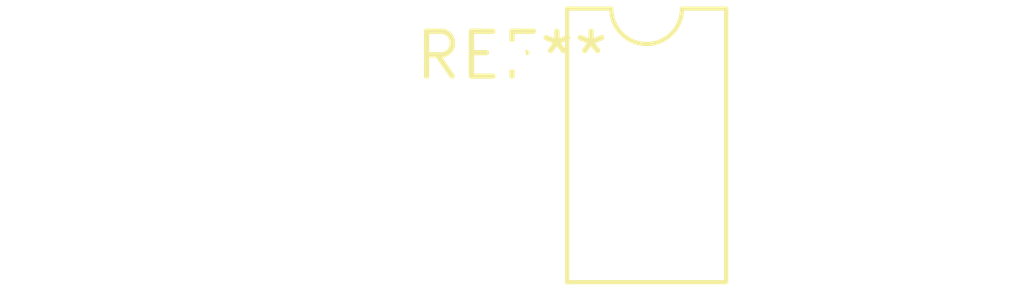
<source format=kicad_pcb>
(kicad_pcb (version 20240108) (generator pcbnew)
  (layers (0 "F.Cu" signal) (31 "B.Cu" signal) (34 "B.Paste" user) (35 "F.Paste" user) (36 "B.SilkS" user "B.Silkscreen") (37 "F.SilkS" user "F.Silkscreen") (38 "B.Mask" user) (39 "F.Mask" user) (44 "Edge.Cuts" user))
  (net 0 "")
  (footprint "DIP-5-6_W7.62mm_LongPads" (layer "F.Cu") (at 0 0)
    (property "Reference" "REF**")
    (property "Value" "DIP-5-6_W7.62mm_LongPads")
    (fp_line (start 1.56 -1.33) (end 1.56 6.41) (layer "F.SilkS") (stroke (width 0.12)))
    (fp_line (start 1.56 6.41) (end 6.06 6.41) (layer "F.SilkS") (stroke (width 0.12)))
    (fp_line (start 2.81 -1.33) (end 1.56 -1.33) (layer "F.SilkS") (stroke (width 0.12)))
    (fp_line (start 6.06 -1.33) (end 4.81 -1.33) (layer "F.SilkS") (stroke (width 0.12)))
    (fp_line (start 6.06 6.41) (end 6.06 -1.33) (layer "F.SilkS") (stroke (width 0.12)))
    (fp_arc (start 4.81 -1.33) (mid 3.81 -0.33) (end 2.81 -1.33) (layer "F.SilkS") (stroke (width 0.12)))
    (pad "1" thru_hole rect (at 0 0) (size 2.4 1.6) (drill 0.8) (layers *.Cu *.Mask) (remove_unused_layers))
    (pad "2" thru_hole oval (at 0 2.54) (size 2.4 1.6) (drill 0.8) (layers *.Cu *.Mask) (remove_unused_layers))
    (pad "3" thru_hole oval (at 0 5.08) (size 2.4 1.6) (drill 0.8) (layers *.Cu *.Mask) (remove_unused_layers))
    (pad "4" thru_hole oval (at 7.62 5.08) (size 2.4 1.6) (drill 0.8) (layers *.Cu *.Mask) (remove_unused_layers))
    (pad "6" thru_hole oval (at 7.62 0) (size 2.4 1.6) (drill 0.8) (layers *.Cu *.Mask) (remove_unused_layers))
  )
)
</source>
